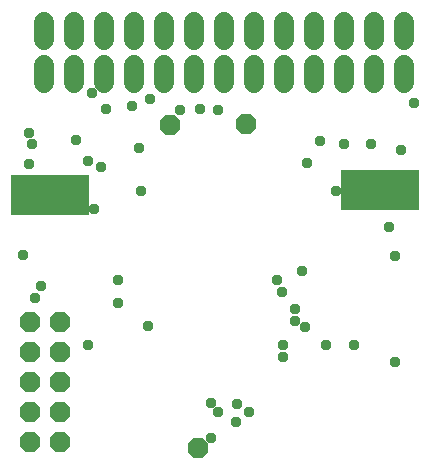
<source format=gbr>
G04 EAGLE Gerber RS-274X export*
G75*
%MOMM*%
%FSLAX34Y34*%
%LPD*%
%INSoldermask Bottom*%
%IPPOS*%
%AMOC8*
5,1,8,0,0,1.08239X$1,22.5*%
G01*
G04 Define Apertures*
%ADD10R,6.654800X3.454400*%
%ADD11P,1.8695X8X22.5*%
%ADD12P,1.8695X8X112.5*%
%ADD13C,1.727200*%
%ADD14C,0.959600*%
D10*
X42418Y231416D03*
X322582Y236416D03*
D11*
X168500Y17780D03*
D12*
X51094Y22780D03*
X25694Y22780D03*
X51094Y48180D03*
X25694Y48180D03*
X51094Y73580D03*
X25694Y73580D03*
X51094Y98980D03*
X25694Y98980D03*
X51094Y124380D03*
X25694Y124380D03*
D11*
X144200Y291000D03*
X209100Y292200D03*
D13*
X37700Y326376D02*
X37700Y341616D01*
X63100Y341616D02*
X63100Y326376D01*
X88500Y326376D02*
X88500Y341616D01*
X113900Y341616D02*
X113900Y326376D01*
X139300Y326376D02*
X139300Y341616D01*
X164700Y341616D02*
X164700Y326376D01*
X190100Y326376D02*
X190100Y341616D01*
X215500Y341616D02*
X215500Y326376D01*
X240900Y326376D02*
X240900Y341616D01*
X266300Y341616D02*
X266300Y326376D01*
X291700Y326376D02*
X291700Y341616D01*
X317100Y341616D02*
X317100Y326376D01*
X342500Y326376D02*
X342500Y341616D01*
X37800Y363380D02*
X37800Y378620D01*
X63200Y378620D02*
X63200Y363380D01*
X88600Y363380D02*
X88600Y378620D01*
X114000Y378620D02*
X114000Y363380D01*
X139400Y363380D02*
X139400Y378620D01*
X164800Y378620D02*
X164800Y363380D01*
X190200Y363380D02*
X190200Y378620D01*
X215600Y378620D02*
X215600Y363380D01*
X241000Y363380D02*
X241000Y378620D01*
X266400Y378620D02*
X266400Y363380D01*
X291800Y363380D02*
X291800Y378620D01*
X317200Y378620D02*
X317200Y363380D01*
X342600Y363380D02*
X342600Y378620D01*
D14*
X285000Y235000D03*
X179289Y25711D03*
X112150Y307150D03*
X179474Y55750D03*
X74735Y260865D03*
X65000Y278394D03*
X118210Y271470D03*
X300000Y105000D03*
X100000Y140000D03*
X100000Y160000D03*
X19532Y180636D03*
X276460Y105000D03*
X330000Y205000D03*
X335000Y180000D03*
X30000Y145000D03*
X315000Y275000D03*
X351058Y310000D03*
X335000Y90000D03*
X125550Y120550D03*
X75000Y105000D03*
X256576Y167150D03*
X240000Y95000D03*
X25384Y257978D03*
X25000Y284088D03*
X211106Y48424D03*
X185000Y48424D03*
X27794Y275000D03*
X90000Y305000D03*
X120000Y235000D03*
X340000Y270000D03*
X185000Y303424D03*
X250000Y135000D03*
X240000Y105000D03*
X127150Y312850D03*
X239360Y150000D03*
X201376Y55000D03*
X250000Y125000D03*
X35000Y155000D03*
X80000Y220000D03*
X85673Y255673D03*
X78298Y318298D03*
X258300Y119757D03*
X200000Y39757D03*
X235000Y160000D03*
X152479Y304055D03*
X260000Y259294D03*
X271256Y277794D03*
X170000Y304386D03*
X292028Y275000D03*
M02*

</source>
